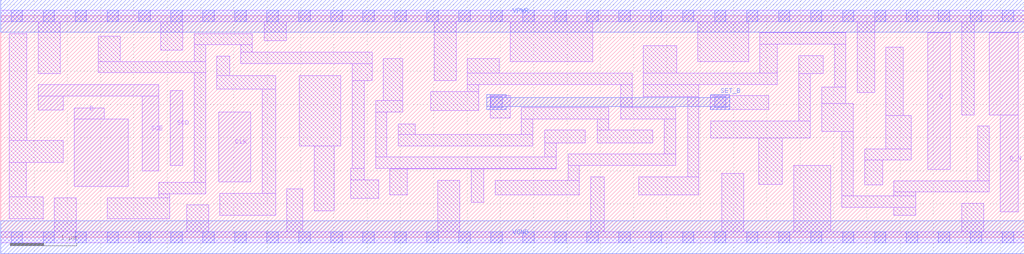
<source format=lef>
# Copyright 2020 The SkyWater PDK Authors
#
# Licensed under the Apache License, Version 2.0 (the "License");
# you may not use this file except in compliance with the License.
# You may obtain a copy of the License at
#
#     https://www.apache.org/licenses/LICENSE-2.0
#
# Unless required by applicable law or agreed to in writing, software
# distributed under the License is distributed on an "AS IS" BASIS,
# WITHOUT WARRANTIES OR CONDITIONS OF ANY KIND, either express or implied.
# See the License for the specific language governing permissions and
# limitations under the License.
#
# SPDX-License-Identifier: Apache-2.0

VERSION 5.7 ;
  NOWIREEXTENSIONATPIN ON ;
  DIVIDERCHAR "/" ;
  BUSBITCHARS "[]" ;
UNITS
  DATABASE MICRONS 200 ;
END UNITS
MACRO sky130_fd_sc_lp__sdfsbp_1
  CLASS CORE ;
  FOREIGN sky130_fd_sc_lp__sdfsbp_1 ;
  ORIGIN  0.000000  0.000000 ;
  SIZE  15.36000 BY  3.330000 ;
  SYMMETRY X Y R90 ;
  SITE unit ;
  PIN D
    ANTENNAGATEAREA  0.159000 ;
    DIRECTION INPUT ;
    USE SIGNAL ;
    PORT
      LAYER li1 ;
        RECT 1.105000 0.765000 1.915000 1.775000 ;
        RECT 1.105000 1.775000 1.555000 1.945000 ;
    END
  END D
  PIN Q
    ANTENNADIFFAREA  0.573300 ;
    DIRECTION OUTPUT ;
    USE SIGNAL ;
    PORT
      LAYER li1 ;
        RECT 13.915000 1.020000 14.250000 3.075000 ;
    END
  END Q
  PIN Q_N
    ANTENNADIFFAREA  0.556500 ;
    DIRECTION OUTPUT ;
    USE SIGNAL ;
    PORT
      LAYER li1 ;
        RECT 14.835000 1.840000 15.275000 3.075000 ;
        RECT 15.005000 0.380000 15.275000 1.840000 ;
    END
  END Q_N
  PIN SCD
    ANTENNAGATEAREA  0.159000 ;
    DIRECTION INPUT ;
    USE SIGNAL ;
    PORT
      LAYER li1 ;
        RECT 2.545000 1.080000 2.735000 2.205000 ;
    END
  END SCD
  PIN SCE
    ANTENNAGATEAREA  0.318000 ;
    DIRECTION INPUT ;
    USE SIGNAL ;
    PORT
      LAYER li1 ;
        RECT 0.560000 1.915000 0.935000 2.125000 ;
        RECT 0.560000 2.125000 2.375000 2.295000 ;
        RECT 2.125000 0.995000 2.375000 2.125000 ;
    END
  END SCE
  PIN SET_B
    ANTENNAGATEAREA  0.252000 ;
    DIRECTION INPUT ;
    USE SIGNAL ;
    PORT
      LAYER met1 ;
        RECT  7.295000 1.920000  7.585000 1.965000 ;
        RECT  7.295000 1.965000 10.945000 2.105000 ;
        RECT  7.295000 2.105000  7.585000 2.150000 ;
        RECT 10.655000 1.920000 10.945000 1.965000 ;
        RECT 10.655000 2.105000 10.945000 2.150000 ;
    END
  END SET_B
  PIN CLK
    ANTENNAGATEAREA  0.159000 ;
    DIRECTION INPUT ;
    USE CLOCK ;
    PORT
      LAYER li1 ;
        RECT 3.275000 0.830000 3.755000 1.885000 ;
    END
  END CLK
  PIN VGND
    DIRECTION INOUT ;
    USE GROUND ;
    PORT
      LAYER met1 ;
        RECT 0.000000 -0.245000 15.360000 0.245000 ;
    END
  END VGND
  PIN VPWR
    DIRECTION INOUT ;
    USE POWER ;
    PORT
      LAYER met1 ;
        RECT 0.000000 3.085000 15.360000 3.575000 ;
    END
  END VPWR
  OBS
    LAYER li1 ;
      RECT  0.000000 -0.085000 15.360000 0.085000 ;
      RECT  0.000000  3.245000 15.360000 3.415000 ;
      RECT  0.130000  0.280000  0.635000 0.610000 ;
      RECT  0.130000  0.610000  0.380000 1.125000 ;
      RECT  0.130000  1.125000  0.935000 1.455000 ;
      RECT  0.130000  1.455000  0.390000 3.065000 ;
      RECT  0.560000  2.465000  0.890000 3.245000 ;
      RECT  0.805000  0.085000  1.135000 0.595000 ;
      RECT  1.460000  2.475000  3.075000 2.645000 ;
      RECT  1.460000  2.645000  1.790000 3.025000 ;
      RECT  1.595000  0.280000  2.540000 0.595000 ;
      RECT  2.370000  0.595000  2.540000 0.655000 ;
      RECT  2.370000  0.655000  3.075000 0.825000 ;
      RECT  2.405000  2.815000  2.735000 3.245000 ;
      RECT  2.790000  0.085000  3.120000 0.485000 ;
      RECT  2.905000  0.825000  3.075000 2.475000 ;
      RECT  2.905000  2.645000  3.075000 2.895000 ;
      RECT  2.905000  2.895000  3.775000 3.065000 ;
      RECT  3.245000  2.230000  4.125000 2.435000 ;
      RECT  3.245000  2.435000  3.435000 2.725000 ;
      RECT  3.290000  0.330000  4.125000 0.660000 ;
      RECT  3.605000  2.615000  5.575000 2.785000 ;
      RECT  3.605000  2.785000  3.775000 2.895000 ;
      RECT  3.925000  0.660000  4.125000 2.230000 ;
      RECT  3.955000  2.955000  4.285000 3.245000 ;
      RECT  4.295000  0.085000  4.535000 0.730000 ;
      RECT  4.480000  1.375000  5.105000 2.435000 ;
      RECT  4.705000  0.400000  5.005000 1.375000 ;
      RECT  5.255000  0.585000  5.670000 0.865000 ;
      RECT  5.255000  0.865000  5.455000 1.035000 ;
      RECT  5.275000  1.035000  5.455000 2.360000 ;
      RECT  5.275000  2.360000  5.575000 2.615000 ;
      RECT  5.625000  1.035000  8.335000 1.205000 ;
      RECT  5.625000  1.205000  5.795000 1.885000 ;
      RECT  5.625000  1.885000  6.035000 2.055000 ;
      RECT  5.745000  2.055000  6.035000 2.690000 ;
      RECT  5.840000  0.640000  6.100000 1.025000 ;
      RECT  5.840000  1.025000  8.335000 1.035000 ;
      RECT  5.965000  1.375000  7.985000 1.545000 ;
      RECT  5.965000  1.545000  6.225000 1.705000 ;
      RECT  6.455000  1.905000  7.175000 2.190000 ;
      RECT  6.505000  2.360000  6.835000 3.245000 ;
      RECT  6.560000  0.085000  6.890000 0.855000 ;
      RECT  7.005000  2.190000  7.175000 2.300000 ;
      RECT  7.005000  2.300000  9.475000 2.470000 ;
      RECT  7.005000  2.470000  7.480000 2.690000 ;
      RECT  7.060000  0.525000  7.250000 1.025000 ;
      RECT  7.345000  1.790000  7.645000 2.130000 ;
      RECT  7.420000  0.635000  8.685000 0.855000 ;
      RECT  7.650000  2.640000  8.885000 3.245000 ;
      RECT  7.815000  1.545000  7.985000 1.780000 ;
      RECT  7.815000  1.780000  9.125000 1.950000 ;
      RECT  8.165000  1.205000  8.335000 1.420000 ;
      RECT  8.165000  1.420000  8.775000 1.610000 ;
      RECT  8.515000  0.855000  8.685000 1.080000 ;
      RECT  8.515000  1.080000 10.130000 1.250000 ;
      RECT  8.855000  0.085000  9.055000 0.910000 ;
      RECT  8.955000  1.420000  9.790000 1.610000 ;
      RECT  8.955000  1.610000  9.125000 1.780000 ;
      RECT  9.305000  1.780000 10.130000 1.950000 ;
      RECT  9.305000  1.950000  9.475000 2.300000 ;
      RECT  9.575000  0.640000 10.480000 0.910000 ;
      RECT  9.645000  2.120000 10.480000 2.300000 ;
      RECT  9.645000  2.300000 11.655000 2.470000 ;
      RECT  9.645000  2.470000 10.150000 2.880000 ;
      RECT  9.960000  1.250000 10.130000 1.780000 ;
      RECT 10.310000  0.910000 10.480000 2.120000 ;
      RECT 10.460000  2.640000 11.225000 3.245000 ;
      RECT 10.650000  1.920000 11.530000 2.130000 ;
      RECT 10.660000  1.495000 12.150000 1.750000 ;
      RECT 10.820000  0.085000 11.150000 0.960000 ;
      RECT 11.375000  0.795000 11.730000 1.495000 ;
      RECT 11.395000  2.470000 11.655000 2.905000 ;
      RECT 11.395000  2.905000 12.685000 3.075000 ;
      RECT 11.900000  0.085000 12.455000 1.080000 ;
      RECT 11.975000  1.750000 12.150000 2.465000 ;
      RECT 11.975000  2.465000 12.345000 2.735000 ;
      RECT 12.320000  1.590000 12.795000 2.010000 ;
      RECT 12.320000  2.010000 12.685000 2.260000 ;
      RECT 12.515000  2.260000 12.685000 2.905000 ;
      RECT 12.625000  0.450000 13.735000 0.620000 ;
      RECT 12.625000  0.620000 12.795000 1.590000 ;
      RECT 12.855000  2.180000 13.115000 3.245000 ;
      RECT 12.965000  0.790000 13.235000 1.160000 ;
      RECT 12.965000  1.160000 13.665000 1.330000 ;
      RECT 13.285000  1.330000 13.665000 1.830000 ;
      RECT 13.285000  1.830000 13.545000 2.860000 ;
      RECT 13.405000  0.330000 13.735000 0.450000 ;
      RECT 13.405000  0.620000 13.735000 0.680000 ;
      RECT 13.405000  0.680000 14.835000 0.850000 ;
      RECT 14.425000  0.085000 14.755000 0.510000 ;
      RECT 14.425000  1.840000 14.615000 3.245000 ;
      RECT 14.665000  0.850000 14.835000 1.670000 ;
    LAYER mcon ;
      RECT  0.155000 -0.085000  0.325000 0.085000 ;
      RECT  0.155000  3.245000  0.325000 3.415000 ;
      RECT  0.635000 -0.085000  0.805000 0.085000 ;
      RECT  0.635000  3.245000  0.805000 3.415000 ;
      RECT  1.115000 -0.085000  1.285000 0.085000 ;
      RECT  1.115000  3.245000  1.285000 3.415000 ;
      RECT  1.595000 -0.085000  1.765000 0.085000 ;
      RECT  1.595000  3.245000  1.765000 3.415000 ;
      RECT  2.075000 -0.085000  2.245000 0.085000 ;
      RECT  2.075000  3.245000  2.245000 3.415000 ;
      RECT  2.555000 -0.085000  2.725000 0.085000 ;
      RECT  2.555000  3.245000  2.725000 3.415000 ;
      RECT  3.035000 -0.085000  3.205000 0.085000 ;
      RECT  3.035000  3.245000  3.205000 3.415000 ;
      RECT  3.515000 -0.085000  3.685000 0.085000 ;
      RECT  3.515000  3.245000  3.685000 3.415000 ;
      RECT  3.995000 -0.085000  4.165000 0.085000 ;
      RECT  3.995000  3.245000  4.165000 3.415000 ;
      RECT  4.475000 -0.085000  4.645000 0.085000 ;
      RECT  4.475000  3.245000  4.645000 3.415000 ;
      RECT  4.955000 -0.085000  5.125000 0.085000 ;
      RECT  4.955000  3.245000  5.125000 3.415000 ;
      RECT  5.435000 -0.085000  5.605000 0.085000 ;
      RECT  5.435000  3.245000  5.605000 3.415000 ;
      RECT  5.915000 -0.085000  6.085000 0.085000 ;
      RECT  5.915000  3.245000  6.085000 3.415000 ;
      RECT  6.395000 -0.085000  6.565000 0.085000 ;
      RECT  6.395000  3.245000  6.565000 3.415000 ;
      RECT  6.875000 -0.085000  7.045000 0.085000 ;
      RECT  6.875000  3.245000  7.045000 3.415000 ;
      RECT  7.355000 -0.085000  7.525000 0.085000 ;
      RECT  7.355000  1.950000  7.525000 2.120000 ;
      RECT  7.355000  3.245000  7.525000 3.415000 ;
      RECT  7.835000 -0.085000  8.005000 0.085000 ;
      RECT  7.835000  3.245000  8.005000 3.415000 ;
      RECT  8.315000 -0.085000  8.485000 0.085000 ;
      RECT  8.315000  3.245000  8.485000 3.415000 ;
      RECT  8.795000 -0.085000  8.965000 0.085000 ;
      RECT  8.795000  3.245000  8.965000 3.415000 ;
      RECT  9.275000 -0.085000  9.445000 0.085000 ;
      RECT  9.275000  3.245000  9.445000 3.415000 ;
      RECT  9.755000 -0.085000  9.925000 0.085000 ;
      RECT  9.755000  3.245000  9.925000 3.415000 ;
      RECT 10.235000 -0.085000 10.405000 0.085000 ;
      RECT 10.235000  3.245000 10.405000 3.415000 ;
      RECT 10.715000 -0.085000 10.885000 0.085000 ;
      RECT 10.715000  1.950000 10.885000 2.120000 ;
      RECT 10.715000  3.245000 10.885000 3.415000 ;
      RECT 11.195000 -0.085000 11.365000 0.085000 ;
      RECT 11.195000  3.245000 11.365000 3.415000 ;
      RECT 11.675000 -0.085000 11.845000 0.085000 ;
      RECT 11.675000  3.245000 11.845000 3.415000 ;
      RECT 12.155000 -0.085000 12.325000 0.085000 ;
      RECT 12.155000  3.245000 12.325000 3.415000 ;
      RECT 12.635000 -0.085000 12.805000 0.085000 ;
      RECT 12.635000  3.245000 12.805000 3.415000 ;
      RECT 13.115000 -0.085000 13.285000 0.085000 ;
      RECT 13.115000  3.245000 13.285000 3.415000 ;
      RECT 13.595000 -0.085000 13.765000 0.085000 ;
      RECT 13.595000  3.245000 13.765000 3.415000 ;
      RECT 14.075000 -0.085000 14.245000 0.085000 ;
      RECT 14.075000  3.245000 14.245000 3.415000 ;
      RECT 14.555000 -0.085000 14.725000 0.085000 ;
      RECT 14.555000  3.245000 14.725000 3.415000 ;
      RECT 15.035000 -0.085000 15.205000 0.085000 ;
      RECT 15.035000  3.245000 15.205000 3.415000 ;
  END
END sky130_fd_sc_lp__sdfsbp_1
END LIBRARY

</source>
